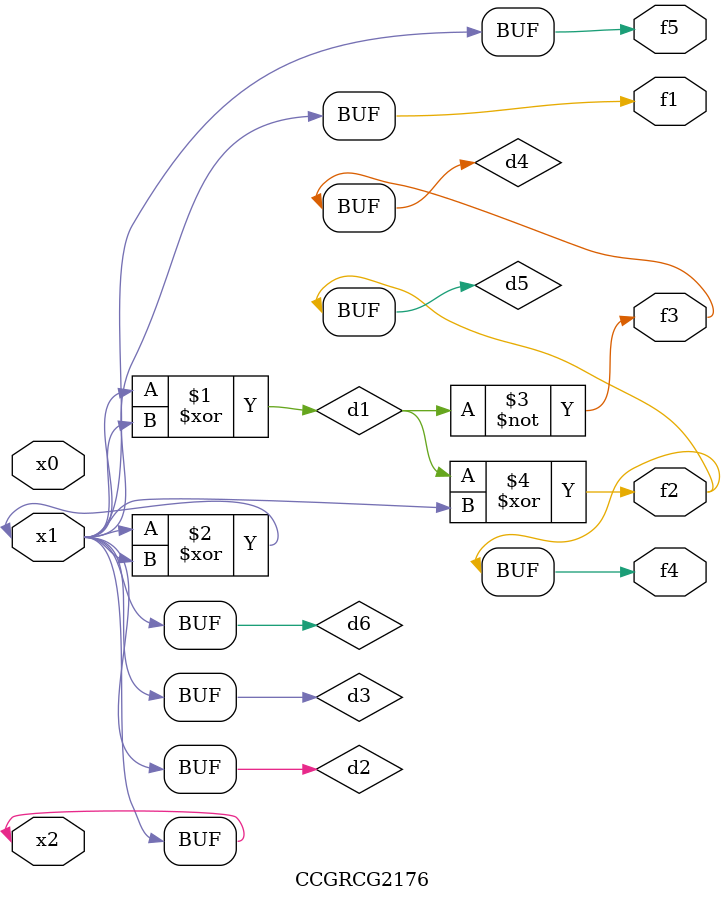
<source format=v>
module CCGRCG2176(
	input x0, x1, x2,
	output f1, f2, f3, f4, f5
);

	wire d1, d2, d3, d4, d5, d6;

	xor (d1, x1, x2);
	buf (d2, x1, x2);
	xor (d3, x1, x2);
	nor (d4, d1);
	xor (d5, d1, d2);
	buf (d6, d2, d3);
	assign f1 = d6;
	assign f2 = d5;
	assign f3 = d4;
	assign f4 = d5;
	assign f5 = d6;
endmodule

</source>
